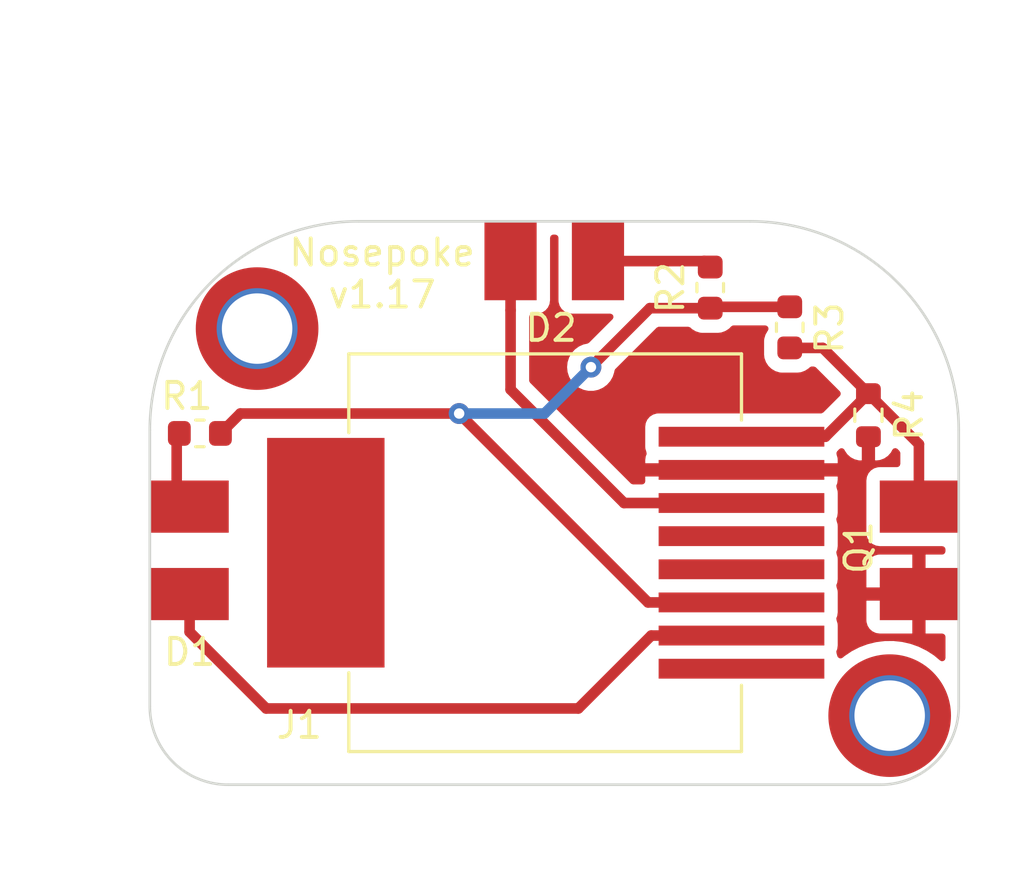
<source format=kicad_pcb>
(kicad_pcb (version 20220914) (generator pcbnew)
  (title_block (date "2021-06-03") (rev "1.17"))
  (layers (0 "F.Cu" signal) (31 "B.Cu" signal) (34 "B.Paste" user) (35 "F.Paste" user) (36 "B.SilkS" user "B.Silkscreen") (37 "F.SilkS" user "F.Silkscreen") (38 "B.Mask" user) (39 "F.Mask" user) (44 "Edge.Cuts" user))
  (net 0 "")
  (net 1 "Net-(D1-Pad2)")
  (net 2 "Net-(D2-Pad2)")
  (net 3 "Net-(D2-Pad1)")
  (net 4 "GND")
  (net 5 "Net-(D1-Pad1)")
  (net 6 "/DIO_A")
  (net 7 "+5V")
  (footprint "Resistor_SMD:R_0603_1608Metric" (layer "F.Cu") (at 127.254 103.124)
    (fp_text reference "R1" (at -0.504 -1.43) (layer "F.SilkS"))
    (fp_text value "200Ω")
    (fp_line (start -0.162779 -0.51) (end 0.162779 -0.51) (stroke (width 0.12)) (layer "F.SilkS"))
    (fp_line (start -0.162779 0.51) (end 0.162779 0.51) (stroke (width 0.12)) (layer "F.SilkS"))
    (pad "1" smd roundrect (at -0.7875 0) (size 0.875 0.95) (layers "F.Cu" "F.Paste" "F.Mask") (net 1 "Net-(D1-Pad2)"))
    (pad "2" smd roundrect (at 0.7875 0) (size 0.875 0.95) (layers "F.Cu" "F.Paste" "F.Mask") (net 7 "+5V"))
  )
  (footprint "Resistor_SMD:R_0603_1608Metric" (layer "F.Cu") (at 146.812 97.536 -90)
    (fp_text reference "R2" (at 0 1.524 90) (layer "F.SilkS"))
    (fp_text value "82Ω")
    (fp_line (start -0.162779 -0.51) (end 0.162779 -0.51) (stroke (width 0.12)) (layer "F.SilkS"))
    (fp_line (start -0.162779 0.51) (end 0.162779 0.51) (stroke (width 0.12)) (layer "F.SilkS"))
    (pad "1" smd roundrect (at -0.7875 0 270) (size 0.875 0.95) (layers "F.Cu" "F.Paste" "F.Mask") (net 2 "Net-(D2-Pad2)"))
    (pad "2" smd roundrect (at 0.7875 0 270) (size 0.875 0.95) (layers "F.Cu" "F.Paste" "F.Mask") (net 7 "+5V"))
  )
  (footprint "MountingHole:MountingHole_2.7mm_M2.5_DIN965_Pad_TopOnly" (layer "F.Cu") (at 129.446914 99.106913)
    (fp_text reference "H1" hide)
    (fp_text value "MountingHole")
    (pad "1" thru_hole circle (at 0 0) (size 3.1 3.1) (drill 2.7) (layers *.Cu *.Mask))
    (pad "1" connect circle (at 0 0) (size 4.7 4.7) (layers "F.Cu" "F.Mask"))
  )
  (footprint "MountingHole:MountingHole_2.7mm_M2.5_DIN965_Pad_TopOnly" (layer "F.Cu") (at 153.689554 113.939553)
    (fp_text reference "H2" hide)
    (fp_text value "MountingHole")
    (pad "1" thru_hole circle (at 0 0) (size 3.1 3.1) (drill 2.7) (layers *.Cu *.Mask))
    (pad "1" connect circle (at 0 0) (size 4.7 4.7) (layers "F.Cu" "F.Mask"))
  )
  (footprint "asl_footprints:board_to_board_joint" (layer "F.Cu") (at 128.36 107.605 90)
    (fp_text reference "D1" (at -3.900447 -1.5 180) (layer "F.SilkS"))
    (fp_text value "IR26-21C/L110/TR8")
    (pad "1" smd rect (at -1.675 -1.5 90) (size 2 3) (layers "F.Cu" "F.Paste" "F.Mask") (net 5 "Net-(D1-Pad1)"))
    (pad "2" smd rect (at 1.675 -1.5 90) (size 2 3) (layers "F.Cu" "F.Paste" "F.Mask") (net 1 "Net-(D1-Pad2)"))
  )
  (footprint "asl_footprints:board_to_board_joint" (layer "F.Cu") (at 140.835 98.02)
    (fp_text reference "D2" (at -0.120002 1.064) (layer "F.SilkS"))
    (fp_text value "23-11/T7D-CQ2R2QY/2A")
    (pad "1" smd rect (at -1.675 -1.5) (size 2 3) (layers "F.Cu" "F.Paste" "F.Mask") (net 3 "Net-(D2-Pad1)"))
    (pad "2" smd rect (at 1.675 -1.5) (size 2 3) (layers "F.Cu" "F.Paste" "F.Mask") (net 2 "Net-(D2-Pad2)"))
  )
  (footprint "asl_footprints:RJ45_SMD_Vertical" (layer "F.Cu") (at 139.7 107.696 -90)
    (fp_text reference "J1" (at 6.604 8.636 180) (layer "F.SilkS"))
    (fp_text value "0855135013")
    (fp_line (start -7.62 -8.31) (end -5.08 -8.31) (stroke (width 0.127)) (layer "F.SilkS"))
    (fp_line (start -7.62 6.74) (end -7.62 -8.31) (stroke (width 0.127)) (layer "F.SilkS"))
    (fp_line (start -4.6 6.74) (end -7.62 6.74) (stroke (width 0.127)) (layer "F.SilkS"))
    (fp_line (start 5.08 -8.31) (end 7.62 -8.31) (stroke (width 0.127)) (layer "F.SilkS"))
    (fp_line (start 7.62 -8.31) (end 7.62 6.74) (stroke (width 0.127)) (layer "F.SilkS"))
    (fp_line (start 7.62 6.74) (end 4.6 6.74) (stroke (width 0.127)) (layer "F.SilkS"))
    (pad "1" smd rect (at -4.445 -8.31) (size 6.35 0.76) (layers "F.Cu" "F.Paste" "F.Mask") (net 6 "/DIO_A"))
    (pad "2" smd rect (at -3.175 -8.31) (size 6.35 0.76) (layers "F.Cu" "F.Paste" "F.Mask") (net 4 "GND"))
    (pad "3" smd rect (at -1.905 -8.31) (size 6.35 0.76) (layers "F.Cu" "F.Paste" "F.Mask") (net 3 "Net-(D2-Pad1)"))
    (pad "4" smd rect (at -0.635 -8.31) (size 6.35 0.76) (layers "F.Cu" "F.Paste" "F.Mask"))
    (pad "5" smd rect (at 0.635 -8.31) (size 6.35 0.76) (layers "F.Cu" "F.Paste" "F.Mask"))
    (pad "6" smd rect (at 1.905 -8.31) (size 6.35 0.76) (layers "F.Cu" "F.Paste" "F.Mask") (net 7 "+5V"))
    (pad "7" smd rect (at 3.175 -8.31) (size 6.35 0.76) (layers "F.Cu" "F.Paste" "F.Mask") (net 5 "Net-(D1-Pad1)"))
    (pad "8" smd rect (at 4.445 -8.31) (size 6.35 0.76) (layers "F.Cu" "F.Paste" "F.Mask"))
    (pad "MNT" smd rect (at 0 7.62) (size 4.5 8.8) (layers "F.Cu" "F.Paste" "F.Mask"))
  )
  (footprint "asl_footprints:board_to_board_joint" (layer "F.Cu") (at 153.31 107.605 -90)
    (fp_text reference "Q1" (at -0.105 0.81 90) (layer "F.SilkS"))
    (fp_text value "PT26-21C/TR8")
    (pad "1" smd rect (at -1.675 -1.5 270) (size 2 3) (layers "F.Cu" "F.Paste" "F.Mask") (net 6 "/DIO_A"))
    (pad "2" smd rect (at 1.675 -1.5 270) (size 2 3) (layers "F.Cu" "F.Paste" "F.Mask") (net 4 "GND"))
  )
  (footprint "Resistor_SMD:R_0603_1608Metric" (layer "F.Cu") (at 149.86 99.06 90)
    (fp_text reference "R3" (at -0.0255 1.524 90) (layer "F.SilkS"))
    (fp_text value "10KΩ")
    (fp_line (start -0.162779 -0.51) (end 0.162779 -0.51) (stroke (width 0.12)) (layer "F.SilkS"))
    (fp_line (start -0.162779 0.51) (end 0.162779 0.51) (stroke (width 0.12)) (layer "F.SilkS"))
    (pad "1" smd roundrect (at -0.7875 0 90) (size 0.875 0.95) (layers "F.Cu" "F.Paste" "F.Mask") (net 6 "/DIO_A"))
    (pad "2" smd roundrect (at 0.7875 0 90) (size 0.875 0.95) (layers "F.Cu" "F.Paste" "F.Mask") (net 7 "+5V"))
  )
  (footprint "Resistor_SMD:R_0603_1608Metric" (layer "F.Cu") (at 152.875 102.425 90)
    (fp_text reference "R4" (at 0 1.557 270) (layer "F.SilkS"))
    (fp_text value "20KΩ")
    (fp_line (start -0.237258 -0.5225) (end 0.237258 -0.5225) (stroke (width 0.12)) (layer "F.SilkS"))
    (fp_line (start -0.237258 0.5225) (end 0.237258 0.5225) (stroke (width 0.12)) (layer "F.SilkS"))
    (pad "1" smd roundrect (at -0.825 0 90) (size 0.8 0.95) (layers "F.Cu" "F.Paste" "F.Mask") (net 4 "GND"))
    (pad "2" smd roundrect (at 0.825 0 90) (size 0.8 0.95) (layers "F.Cu" "F.Paste" "F.Mask") (net 6 "/DIO_A"))
  )
  (gr_line (start 156.336009 102.996009) (end 156.336009 113.586006) (stroke (width 0.1016)) (layer "Edge.Cuts"))
  (gr_line (start 133.336005 94.996) (end 148.336 94.996) (stroke (width 0.1016)) (layer "Edge.Cuts"))
  (gr_arc (start 156.336011 113.586007) (mid 155.457319 115.707328) (end 153.33599 116.586) (stroke (width 0.1016)) (layer "Edge.Cuts"))
  (gr_arc (start 148.336001 94.995999) (mid 153.992861 97.339148) (end 156.336009 102.996009) (stroke (width 0.1016)) (layer "Edge.Cuts"))
  (gr_arc (start 128.336014 116.586001) (mid 126.214685 115.707328) (end 125.335995 113.586006) (stroke (width 0.1016)) (layer "Edge.Cuts"))
  (gr_line (start 125.335995 102.996009) (end 125.335995 113.586006) (stroke (width 0.1016)) (layer "Edge.Cuts"))
  (gr_arc (start 125.335994 102.996007) (mid 127.679144 97.339147) (end 133.336005 94.996) (stroke (width 0.1016)) (layer "Edge.Cuts"))
  (gr_line (start 128.336015 116.586) (end 153.33599 116.586) (stroke (width 0.1016)) (layer "Edge.Cuts"))
  (gr_text "Nosepoke\nv1.17" (at 134.239 97) (layer "F.SilkS") (effects (font (size 1 1))))
  (segment (start 126.365 105.459551) (end 126.365 103.2255) (width 0.4064) (layer "F.Cu") (net 1))
  (segment (start 126.836002 105.930553) (end 126.365 105.459551) (width 0.4064) (layer "F.Cu") (net 1))
  (segment (start 126.365 103.2255) (end 126.4665 103.124) (width 0.4064) (layer "F.Cu") (net 1))
  (segment (start 142.535002 96.52) (end 142.511002 96.496) (width 0.4064) (layer "F.Cu") (net 2))
  (segment (start 146.5835 96.52) (end 142.535002 96.52) (width 0.4064) (layer "F.Cu") (net 2))
  (segment (start 146.812 96.7485) (end 146.5835 96.52) (width 0.4064) (layer "F.Cu") (net 2))
  (segment (start 143.51 105.791) (end 139.161002 101.442002) (width 0.4064) (layer "F.Cu") (net 3))
  (segment (start 139.161002 101.442002) (end 139.161002 98.4024) (width 0.4064) (layer "F.Cu") (net 3))
  (segment (start 139.161002 98.4024) (end 139.161002 96.496) (width 0.4064) (layer "F.Cu") (net 3))
  (segment (start 148.01 105.791) (end 143.51 105.791) (width 0.4064) (layer "F.Cu") (net 3))
  (segment (start 152.875 103.25) (end 152.874 103.251) (width 0.4064) (layer "F.Cu") (net 4))
  (segment (start 144.5514 110.871) (end 148.01 110.871) (width 0.4064) (layer "F.Cu") (net 5))
  (segment (start 126.86 109.28) (end 126.86 110.731) (width 0.4064) (layer "F.Cu") (net 5))
  (segment (start 126.86 110.731) (end 129.794 113.665) (width 0.4064) (layer "F.Cu") (net 5))
  (segment (start 129.794 113.665) (end 141.7574 113.665) (width 0.4064) (layer "F.Cu") (net 5))
  (segment (start 141.7574 113.665) (end 144.5514 110.871) (width 0.4064) (layer "F.Cu") (net 5))
  (segment (start 148.01 103.251) (end 151.224 103.251) (width 0.4064) (layer "F.Cu") (net 6))
  (segment (start 151.1225 99.8475) (end 149.86 99.8475) (width 0.4064) (layer "F.Cu") (net 6))
  (segment (start 149.8625 99.85) (end 150.368 99.85) (width 0.25) (layer "F.Cu") (net 6))
  (segment (start 150.805 103.251) (end 148.01 103.251) (width 0.4064) (layer "F.Cu") (net 6))
  (segment (start 150.8735 99.85) (end 149.8625 99.85) (width 0.25) (layer "F.Cu") (net 6))
  (segment (start 154.81 103.535) (end 152.875 101.6) (width 0.4064) (layer "F.Cu") (net 6))
  (segment (start 154.81 105.93) (end 154.81 103.535) (width 0.4064) (layer "F.Cu") (net 6))
  (segment (start 152.875 101.6) (end 151.1225 99.8475) (width 0.4064) (layer "F.Cu") (net 6))
  (segment (start 154.81 105.93) (end 154.81 105.534) (width 0.4064) (layer "F.Cu") (net 6))
  (segment (start 149.86 99.8475) (end 149.8625 99.85) (width 0.25) (layer "F.Cu") (net 6))
  (segment (start 151.224 103.251) (end 152.875 101.6) (width 0.4064) (layer "F.Cu") (net 6))
  (segment (start 150.876 103.18) (end 150.805 103.251) (width 0.4064) (layer "F.Cu") (net 6))
  (segment (start 144.5005 98.3235) (end 142.24 100.584) (width 0.4064) (layer "F.Cu") (net 7))
  (segment (start 148.01 109.601) (end 144.4286 109.601) (width 0.4064) (layer "F.Cu") (net 7))
  (segment (start 128.8035 102.362) (end 128.0415 103.124) (width 0.4064) (layer "F.Cu") (net 7))
  (segment (start 146.812 98.3235) (end 144.5005 98.3235) (width 0.4064) (layer "F.Cu") (net 7))
  (segment (start 137.1896 102.362) (end 128.8035 102.362) (width 0.4064) (layer "F.Cu") (net 7))
  (segment (start 149.86 98.2725) (end 146.863 98.2725) (width 0.4064) (layer "F.Cu") (net 7))
  (segment (start 144.4286 109.601) (end 137.1896 102.362) (width 0.4064) (layer "F.Cu") (net 7))
  (segment (start 146.863 98.2725) (end 146.812 98.3235) (width 0.4064) (layer "F.Cu") (net 7))
  (via (at 137.1896 102.362) (size 0.8) (drill 0.4) (layers "F.Cu" "B.Cu") (net 7))
  (via (at 142.24 100.584) (size 0.8) (drill 0.4) (layers "F.Cu" "B.Cu") (net 7))
  (segment (start 137.1896 102.362) (end 140.462 102.362) (width 0.4064) (layer "B.Cu") (net 7))
  (segment (start 140.462 102.362) (end 142.24 100.584) (width 0.4064) (layer "B.Cu") (net 7))
  (zone (net 4) (net_name "GND") (layer "F.Cu") (connect_pads (clearance 0.508)) (min_thickness 0.254) (fill yes (thermal_gap 0.508) (thermal_bridge_width 0.508))
    (polygon (pts (xy 157.734 118.872) (xy 122.936 118.872) (xy 122.936 93.218) (xy 157.734 93.218)))
  )
)
</source>
